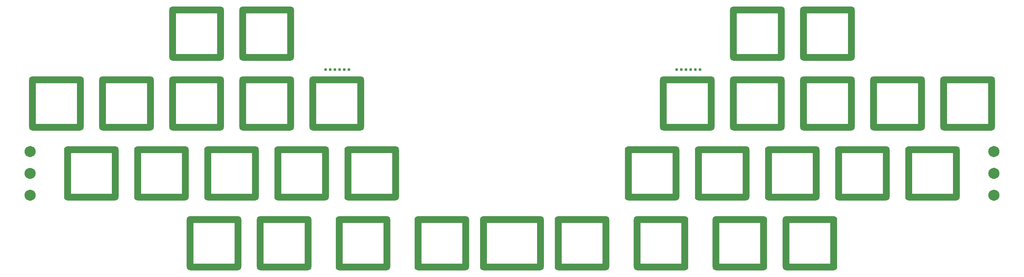
<source format=gbs>
G04 #@! TF.GenerationSoftware,KiCad,Pcbnew,8.0.5*
G04 #@! TF.CreationDate,2024-09-18T07:38:04+09:00*
G04 #@! TF.ProjectId,SandyLP_Plate_Base,53616e64-794c-4505-9f50-6c6174655f42,v.0*
G04 #@! TF.SameCoordinates,Original*
G04 #@! TF.FileFunction,Soldermask,Bot*
G04 #@! TF.FilePolarity,Negative*
%FSLAX46Y46*%
G04 Gerber Fmt 4.6, Leading zero omitted, Abs format (unit mm)*
G04 Created by KiCad (PCBNEW 8.0.5) date 2024-09-18 07:38:04*
%MOMM*%
%LPD*%
G01*
G04 APERTURE LIST*
G04 Aperture macros list*
%AMRoundRect*
0 Rectangle with rounded corners*
0 $1 Rounding radius*
0 $2 $3 $4 $5 $6 $7 $8 $9 X,Y pos of 4 corners*
0 Add a 4 corners polygon primitive as box body*
4,1,4,$2,$3,$4,$5,$6,$7,$8,$9,$2,$3,0*
0 Add four circle primitives for the rounded corners*
1,1,$1+$1,$2,$3*
1,1,$1+$1,$4,$5*
1,1,$1+$1,$6,$7*
1,1,$1+$1,$8,$9*
0 Add four rect primitives between the rounded corners*
20,1,$1+$1,$2,$3,$4,$5,0*
20,1,$1+$1,$4,$5,$6,$7,0*
20,1,$1+$1,$6,$7,$8,$9,0*
20,1,$1+$1,$8,$9,$2,$3,0*%
G04 Aperture macros list end*
%ADD10C,1.550000*%
%ADD11RoundRect,0.900000X0.000010X-6.500000X0.000010X6.500000X-0.000010X6.500000X-0.000010X-6.500000X0*%
%ADD12RoundRect,0.900000X-6.500000X-0.000010X6.500000X-0.000010X6.500000X0.000010X-6.500000X0.000010X0*%
%ADD13C,0.787400*%
%ADD14RoundRect,0.900000X7.750000X0.000010X-7.750000X0.000010X-7.750000X-0.000010X7.750000X-0.000010X0*%
G04 APERTURE END LIST*
D10*
X29803605Y-78297246D02*
G75*
G02*
X28253605Y-78297246I-775000J0D01*
G01*
X28253605Y-78297246D02*
G75*
G02*
X29803605Y-78297246I775000J0D01*
G01*
X29803605Y-84250376D02*
G75*
G02*
X28253605Y-84250376I-775000J0D01*
G01*
X28253605Y-84250376D02*
G75*
G02*
X29803605Y-84250376I775000J0D01*
G01*
X29803605Y-90203506D02*
G75*
G02*
X28253605Y-90203506I-775000J0D01*
G01*
X28253605Y-90203506D02*
G75*
G02*
X29803605Y-90203506I775000J0D01*
G01*
X291741325Y-78297246D02*
G75*
G02*
X290191325Y-78297246I-775000J0D01*
G01*
X290191325Y-78297246D02*
G75*
G02*
X291741325Y-78297246I775000J0D01*
G01*
X291741325Y-84250376D02*
G75*
G02*
X290191325Y-84250376I-775000J0D01*
G01*
X290191325Y-84250376D02*
G75*
G02*
X291741325Y-84250376I775000J0D01*
G01*
X291741325Y-90203506D02*
G75*
G02*
X290191325Y-90203506I-775000J0D01*
G01*
X290191325Y-90203506D02*
G75*
G02*
X291741325Y-90203506I775000J0D01*
G01*
D11*
X58247345Y-84250320D03*
D12*
X64747345Y-77750320D03*
X64747345Y-90750320D03*
D11*
X71247345Y-84250320D03*
X67772345Y-65200320D03*
D12*
X74272345Y-58700320D03*
X74272345Y-71700320D03*
D11*
X80772345Y-65200320D03*
X248747345Y-84250320D03*
D12*
X255247345Y-77750320D03*
X255247345Y-90750320D03*
D11*
X261747345Y-84250320D03*
D13*
X109322345Y-55975280D03*
X110592345Y-55975280D03*
X111862345Y-55975280D03*
X113132345Y-55975280D03*
X114402345Y-55975280D03*
X115672345Y-55975280D03*
X204775546Y-55975280D03*
X206045546Y-55975280D03*
X207315546Y-55975280D03*
X208585546Y-55975280D03*
X209855546Y-55975280D03*
X211125546Y-55975280D03*
D11*
X48722345Y-65200320D03*
D12*
X55222345Y-58700320D03*
X55222345Y-71700320D03*
D11*
X61722345Y-65200320D03*
X220172345Y-46150320D03*
D12*
X226672345Y-39650320D03*
X226672345Y-52650320D03*
D11*
X233172345Y-46150320D03*
X86822345Y-65200320D03*
D12*
X93322345Y-58700320D03*
X93322345Y-71700320D03*
D11*
X99822345Y-65200320D03*
X67772345Y-46150320D03*
D12*
X74272345Y-39650320D03*
X74272345Y-52650320D03*
D11*
X80772345Y-46150320D03*
X201122345Y-65200320D03*
D12*
X207622345Y-58700320D03*
X207622345Y-71700320D03*
D11*
X214122345Y-65200320D03*
X91584845Y-103300320D03*
D12*
X98084845Y-96800320D03*
X98084845Y-109800320D03*
D11*
X104584845Y-103300320D03*
X277322345Y-65200320D03*
D12*
X283822345Y-58700320D03*
X283822345Y-71700320D03*
D11*
X290322345Y-65200320D03*
X258272345Y-65200320D03*
D12*
X264772345Y-58700320D03*
X264772345Y-71700320D03*
D11*
X271272345Y-65200320D03*
X86822345Y-46150320D03*
D12*
X93322345Y-39650320D03*
X93322345Y-52650320D03*
D11*
X99822345Y-46150320D03*
X239222345Y-46150320D03*
D12*
X245722345Y-39650320D03*
X245722345Y-52650320D03*
D11*
X252222345Y-46150320D03*
X193978595Y-103300320D03*
D12*
X200478595Y-96800320D03*
X200478595Y-109800320D03*
D11*
X206978595Y-103300320D03*
D14*
X159997345Y-109800320D03*
D11*
X152247345Y-103300320D03*
X167747345Y-103300320D03*
D14*
X159997345Y-96800320D03*
D11*
X115397345Y-84250320D03*
D12*
X121897345Y-77750320D03*
X121897345Y-90750320D03*
D11*
X128397345Y-84250320D03*
X267797345Y-84250320D03*
D12*
X274297345Y-77750320D03*
X274297345Y-90750320D03*
D11*
X280797345Y-84250320D03*
X210647345Y-84250320D03*
D12*
X217147345Y-77750320D03*
X217147345Y-90750320D03*
D11*
X223647345Y-84250320D03*
X39197345Y-84250320D03*
D12*
X45697345Y-77750320D03*
X45697345Y-90750320D03*
D11*
X52197345Y-84250320D03*
X220172345Y-65200320D03*
D12*
X226672345Y-58700320D03*
X226672345Y-71700320D03*
D11*
X233172345Y-65200320D03*
X229697345Y-84250320D03*
D12*
X236197345Y-77750320D03*
X236197345Y-90750320D03*
D11*
X242697345Y-84250320D03*
X113016095Y-103300320D03*
D12*
X119516095Y-96800320D03*
X119516095Y-109800320D03*
D11*
X126016095Y-103300320D03*
X72534845Y-103300320D03*
D12*
X79034845Y-96800320D03*
X79034845Y-109800320D03*
D11*
X85534845Y-103300320D03*
X29672345Y-65200320D03*
D12*
X36172345Y-58700320D03*
X36172345Y-71700320D03*
D11*
X42672345Y-65200320D03*
X134447345Y-103300320D03*
D12*
X140947345Y-96800320D03*
X140947345Y-109800320D03*
D11*
X147447345Y-103300320D03*
X234459845Y-103300320D03*
D12*
X240959845Y-96800320D03*
X240959845Y-109800320D03*
D11*
X247459845Y-103300320D03*
X239222345Y-65200320D03*
D12*
X245722345Y-58700320D03*
X245722345Y-71700320D03*
D11*
X252222345Y-65200320D03*
X96347345Y-84250320D03*
D12*
X102847345Y-77750320D03*
X102847345Y-90750320D03*
D11*
X109347345Y-84250320D03*
X172547345Y-103300320D03*
D12*
X179047345Y-96800320D03*
X179047345Y-109800320D03*
D11*
X185547345Y-103300320D03*
X191597345Y-84250320D03*
D12*
X198097345Y-77750320D03*
X198097345Y-90750320D03*
D11*
X204597345Y-84250320D03*
X77297345Y-84250320D03*
D12*
X83797345Y-77750320D03*
X83797345Y-90750320D03*
D11*
X90297345Y-84250320D03*
X105872345Y-65200320D03*
D12*
X112372345Y-58700320D03*
X112372345Y-71700320D03*
D11*
X118872345Y-65200320D03*
X215409845Y-103300320D03*
D12*
X221909845Y-96800320D03*
X221909845Y-109800320D03*
D11*
X228409845Y-103300320D03*
M02*

</source>
